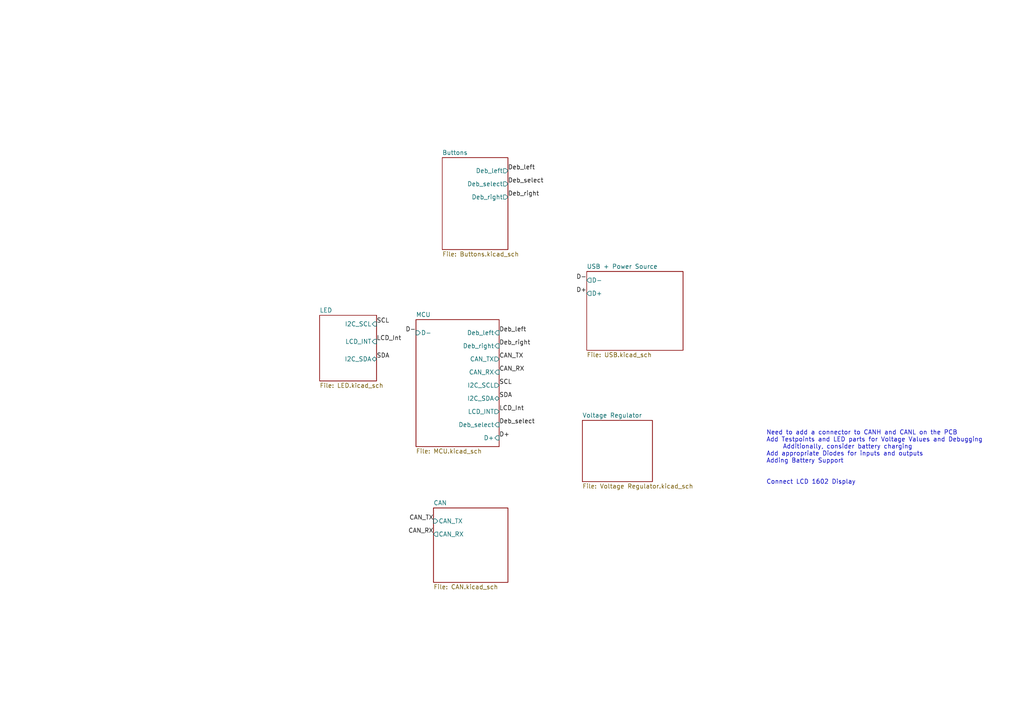
<source format=kicad_sch>
(kicad_sch (version 20230121) (generator eeschema)
  (paper "A4")
  (lib_symbols)
  (text "Need to add a connector to CANH and CANL on the PCB\nAdd Testpoints and LED parts for Voltage Values and Debugging\n	Additionally, consider battery charging\nAdd appropriate Diodes for inputs and outputs\nAdding Battery Support\n\n\nConnect LCD 1602 Display\n\n\n\n\n\n\n\n" (at 222.25 154.94 0) (effects (font (size 1.27 1.27)) (justify left bottom)))
  (label "SDA" (at 109.22 104.14 0))
  (label "CAN_RX" (at 125.73 154.94 180))
  (label "SCL" (at 109.22 93.98 0))
  (label "Deb_select" (at 144.78 123.19 0))
  (label "SCL" (at 144.78 111.76 0))
  (label "CAN_RX" (at 144.78 107.95 0))
  (label "Deb_left" (at 147.32 49.53 0))
  (label "CAN_TX" (at 125.73 151.13 180))
  (label "LCD_Int" (at 109.22 99.06 0))
  (label "LCD_Int" (at 144.78 119.38 0))
  (label "D-" (at 120.65 96.52 180))
  (label "Deb_select" (at 147.32 53.34 0))
  (label "D+" (at 144.78 127 0))
  (label "SDA" (at 144.78 115.57 0))
  (label "Deb_right" (at 144.78 100.33 0))
  (label "D+" (at 170.18 85.09 180))
  (label "CAN_TX" (at 144.78 104.14 0))
  (label "Deb_left" (at 144.78 96.52 0))
  (label "Deb_right" (at 147.32 57.15 0))
  (label "D-" (at 170.18 81.28 180))
  (sheet (at 92.71 91.44) (size 16.51 19.05) (stroke (width 0.1524))
    (property "Sheetname" "LED" (at 92.71 90.7284 0) (effects (justify left bottom)))
    (property "Sheetfile" "LED.kicad_sch" (at 92.71 111.0746 0) (effects (justify left top)))
    (pin "I2C_SCL" input (at 109.22 93.98 0))
    (pin "LCD_INT" input (at 109.22 99.06 0))
    (pin "I2C_SDA" bidirectional (at 109.22 104.14 0))
  )
  (sheet (at 170.18 78.74) (size 27.94 22.86) (stroke (width 0.1524))
    (property "Sheetname" "USB + Power Source" (at 170.18 78.0284 0) (effects (justify left bottom)))
    (property "Sheetfile" "USB.kicad_sch" (at 170.18 102.1846 0) (effects (justify left top)))
    (pin "D-" output (at 170.18 81.28 180))
    (pin "D+" output (at 170.18 85.09 180))
  )
  (sheet (at 168.91 121.92) (size 20.32 17.78) (stroke (width 0.1524))
    (property "Sheetname" "Voltage Regulator" (at 168.91 121.2084 0) (effects (justify left bottom)))
    (property "Sheetfile" "Voltage Regulator.kicad_sch" (at 168.91 140.2846 0) (effects (justify left top)))
  )
  (sheet (at 120.65 92.71) (size 24.13 36.83) (stroke (width 0.1524))
    (property "Sheetname" "MCU" (at 120.65 91.9984 0) (effects (justify left bottom)))
    (property "Sheetfile" "MCU.kicad_sch" (at 120.65 130.1246 0) (effects (justify left top)))
    (pin "Deb_left" input (at 144.78 96.52 0))
    (pin "Deb_right" input (at 144.78 100.33 0))
    (pin "CAN_TX" output (at 144.78 104.14 0))
    (pin "CAN_RX" input (at 144.78 107.95 0))
    (pin "I2C_SCL" output (at 144.78 111.76 0))
    (pin "I2C_SDA" bidirectional (at 144.78 115.57 0))
    (pin "LCD_INT" output (at 144.78 119.38 0))
    (pin "Deb_select" input (at 144.78 123.19 0))
    (pin "D+" input (at 144.78 127 0))
    (pin "D-" input (at 120.65 96.52 180))
  )
  (sheet (at 128.27 45.72) (size 19.05 26.67) (stroke (width 0.1524))
    (property "Sheetname" "Buttons" (at 128.27 45.0084 0) (effects (justify left bottom)))
    (property "Sheetfile" "Buttons.kicad_sch" (at 128.27 72.9746 0) (effects (justify left top)))
    (pin "Deb_left" output (at 147.32 49.53 0))
    (pin "Deb_select" output (at 147.32 53.34 0))
    (pin "Deb_right" output (at 147.32 57.15 0))
  )
  (sheet (at 125.73 147.32) (size 21.59 21.59) (stroke (width 0.1524))
    (property "Sheetname" "CAN" (at 125.73 146.6084 0) (effects (justify left bottom)))
    (property "Sheetfile" "CAN.kicad_sch" (at 125.73 169.4946 0) (effects (justify left top)))
    (pin "CAN_TX" input (at 125.73 151.13 180))
    (pin "CAN_RX" output (at 125.73 154.94 180))
  )
)
</source>
